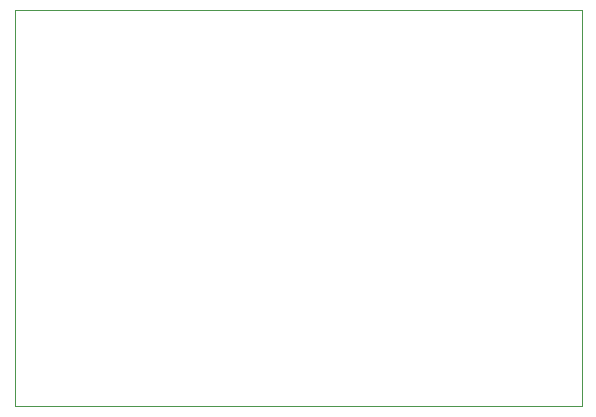
<source format=gbp>
G04*
G04 #@! TF.GenerationSoftware,Altium Limited,Altium Designer,19.1.9 (167)*
G04*
G04 Layer_Color=128*
%FSLAX25Y25*%
%MOIN*%
G70*
G01*
G75*
%ADD12C,0.00394*%
D12*
X-21500Y-115500D02*
Y16500D01*
Y-115500D02*
X167500D01*
Y16500D01*
X-21500D02*
X167500D01*
M02*

</source>
